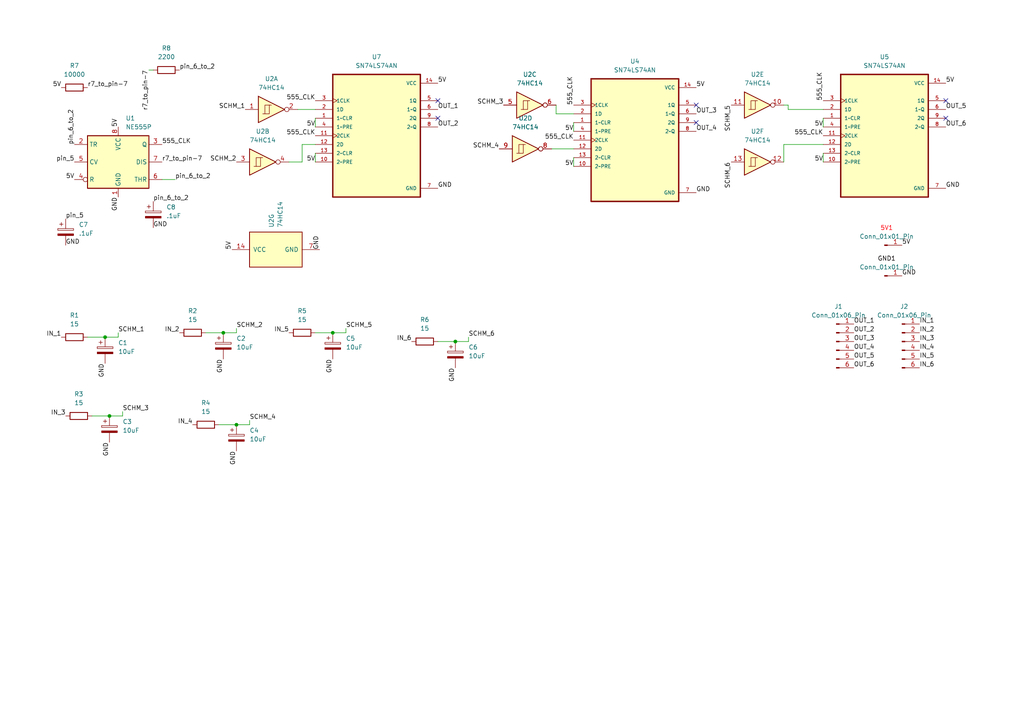
<source format=kicad_sch>
(kicad_sch (version 20250114) (generator "eeschema") (generator_version "9.0")
  (paper "A4")
  (title_block (title "Signal Enhancer") (rev "1") (company "Samuelsen Lab - University of Louisville"))
  (lib_symbols
    (symbol "74xx:74HC14" (pin_names (offset 1.016))
      (property "Reference" "U" (at 0 1.27 0))
      (property "Value" "74HC14" (at 0 -1.27 0))
      (symbol "74HC14_1_0"
        (polyline (pts (xy -3.81 3.81) (xy -3.81 -3.81) (xy 3.81 0) (xy -3.81 3.81)) (stroke (width 0.254)) (fill (type background)))
        (pin input line (at -7.62 0 0) (length 3.81) (name "~") (number "1"))
        (pin output inverted (at 7.62 0 180) (length 3.81) (name "~") (number "2"))
      )
      (symbol "74HC14_1_1"
        (polyline (pts (xy -2.54 -1.27) (xy -0.635 -1.27) (xy -0.635 1.27) (xy 0 1.27)))
        (polyline (pts (xy -1.905 -1.27) (xy -1.905 1.27) (xy -0.635 1.27)))
      )
      (symbol "74HC14_2_0"
        (polyline (pts (xy -3.81 3.81) (xy -3.81 -3.81) (xy 3.81 0) (xy -3.81 3.81)) (stroke (width 0.254)) (fill (type background)))
        (pin input line (at -7.62 0 0) (length 3.81) (name "~") (number "3"))
        (pin output inverted (at 7.62 0 180) (length 3.81) (name "~") (number "4"))
      )
      (symbol "74HC14_2_1"
        (polyline (pts (xy -2.54 -1.27) (xy -0.635 -1.27) (xy -0.635 1.27) (xy 0 1.27)))
        (polyline (pts (xy -1.905 -1.27) (xy -1.905 1.27) (xy -0.635 1.27)))
      )
      (symbol "74HC14_3_0"
        (polyline (pts (xy -3.81 3.81) (xy -3.81 -3.81) (xy 3.81 0) (xy -3.81 3.81)) (stroke (width 0.254)) (fill (type background)))
        (pin input line (at -7.62 0 0) (length 3.81) (name "~") (number "5"))
        (pin output inverted (at 7.62 0 180) (length 3.81) (name "~") (number "6"))
      )
      (symbol "74HC14_3_1"
        (polyline (pts (xy -2.54 -1.27) (xy -0.635 -1.27) (xy -0.635 1.27) (xy 0 1.27)))
        (polyline (pts (xy -1.905 -1.27) (xy -1.905 1.27) (xy -0.635 1.27)))
      )
      (symbol "74HC14_4_0"
        (polyline (pts (xy -3.81 3.81) (xy -3.81 -3.81) (xy 3.81 0) (xy -3.81 3.81)) (stroke (width 0.254)) (fill (type background)))
        (pin input line (at -7.62 0 0) (length 3.81) (name "~") (number "9"))
        (pin output inverted (at 7.62 0 180) (length 3.81) (name "~") (number "8"))
      )
      (symbol "74HC14_4_1"
        (polyline (pts (xy -2.54 -1.27) (xy -0.635 -1.27) (xy -0.635 1.27) (xy 0 1.27)))
        (polyline (pts (xy -1.905 -1.27) (xy -1.905 1.27) (xy -0.635 1.27)))
      )
      (symbol "74HC14_5_0"
        (polyline (pts (xy -3.81 3.81) (xy -3.81 -3.81) (xy 3.81 0) (xy -3.81 3.81)) (stroke (width 0.254)) (fill (type background)))
        (pin input line (at -7.62 0 0) (length 3.81) (name "~") (number "11"))
        (pin output inverted (at 7.62 0 180) (length 3.81) (name "~") (number "10"))
      )
      (symbol "74HC14_5_1"
        (polyline (pts (xy -2.54 -1.27) (xy -0.635 -1.27) (xy -0.635 1.27) (xy 0 1.27)))
        (polyline (pts (xy -1.905 -1.27) (xy -1.905 1.27) (xy -0.635 1.27)))
      )
      (symbol "74HC14_6_0"
        (polyline (pts (xy -3.81 3.81) (xy -3.81 -3.81) (xy 3.81 0) (xy -3.81 3.81)) (stroke (width 0.254)) (fill (type background)))
        (pin input line (at -7.62 0 0) (length 3.81) (name "~") (number "13"))
        (pin output inverted (at 7.62 0 180) (length 3.81) (name "~") (number "12"))
      )
      (symbol "74HC14_6_1"
        (polyline (pts (xy -2.54 -1.27) (xy -0.635 -1.27) (xy -0.635 1.27) (xy 0 1.27)))
        (polyline (pts (xy -1.905 -1.27) (xy -1.905 1.27) (xy -0.635 1.27)))
      )
      (symbol "74HC14_7_0"
        (pin power_in line (at 0 12.7 270) (length 5.08) (name "VCC") (number "14"))
        (pin power_in line (at 0 -12.7 90) (length 5.08) (name "GND") (number "7"))
      )
      (symbol "74HC14_7_1"
        (rectangle (start -5.08 7.62) (end 5.08 -7.62) (stroke (width 0.254)) (fill (type background)))
      )
    )
    (symbol "Connector:Conn_01x01_Pin" (pin_names (offset 1.016) (hide yes))
      (property "Reference" "J" (at 0 2.54 0))
      (property "Value" "Conn_01x01_Pin" (at 0 -2.54 0))
      (symbol "Conn_01x01_Pin_1_1"
        (rectangle (start 0.8636 0.127) (end 0 -0.127) (stroke (width 0.1524)) (fill (type outline)))
        (polyline (pts (xy 1.27 0) (xy 0.8636 0)) (stroke (width 0.1524)))
        (pin passive line (at 5.08 0 180) (length 3.81) (name "Pin_1") (number "1"))
      )
    )
    (symbol "Connector:Conn_01x06_Pin" (pin_names (offset 1.016) (hide yes))
      (property "Reference" "J" (at 0 7.62 0))
      (property "Value" "Conn_01x06_Pin" (at 0 -10.16 0))
      (symbol "Conn_01x06_Pin_1_1"
        (rectangle (start 0.8636 5.207) (end 0 4.953) (stroke (width 0.1524)) (fill (type outline)))
        (rectangle (start 0.8636 2.667) (end 0 2.413) (stroke (width 0.1524)) (fill (type outline)))
        (rectangle (start 0.8636 0.127) (end 0 -0.127) (stroke (width 0.1524)) (fill (type outline)))
        (rectangle (start 0.8636 -2.413) (end 0 -2.667) (stroke (width 0.1524)) (fill (type outline)))
        (rectangle (start 0.8636 -4.953) (end 0 -5.207) (stroke (width 0.1524)) (fill (type outline)))
        (rectangle (start 0.8636 -7.493) (end 0 -7.747) (stroke (width 0.1524)) (fill (type outline)))
        (polyline (pts (xy 1.27 5.08) (xy 0.8636 5.08)) (stroke (width 0.1524)))
        (polyline (pts (xy 1.27 2.54) (xy 0.8636 2.54)) (stroke (width 0.1524)))
        (polyline (pts (xy 1.27 0) (xy 0.8636 0)) (stroke (width 0.1524)))
        (polyline (pts (xy 1.27 -2.54) (xy 0.8636 -2.54)) (stroke (width 0.1524)))
        (polyline (pts (xy 1.27 -5.08) (xy 0.8636 -5.08)) (stroke (width 0.1524)))
        (polyline (pts (xy 1.27 -7.62) (xy 0.8636 -7.62)) (stroke (width 0.1524)))
        (pin passive line (at 5.08 5.08 180) (length 3.81) (name "Pin_1") (number "1"))
        (pin passive line (at 5.08 2.54 180) (length 3.81) (name "Pin_2") (number "2"))
        (pin passive line (at 5.08 0 180) (length 3.81) (name "Pin_3") (number "3"))
        (pin passive line (at 5.08 -2.54 180) (length 3.81) (name "Pin_4") (number "4"))
        (pin passive line (at 5.08 -5.08 180) (length 3.81) (name "Pin_5") (number "5"))
        (pin passive line (at 5.08 -7.62 180) (length 3.81) (name "Pin_6") (number "6"))
      )
    )
    (symbol "Device:C_Polarized" (pin_numbers (hide yes)) (pin_names (offset 0.254))
      (property "Reference" "C" (at 0.635 2.54 0))
      (property "Value" "C_Polarized" (at 0.635 -2.54 0))
      (symbol "C_Polarized_0_1"
        (rectangle (start -2.286 0.508) (end 2.286 1.016))
        (polyline (pts (xy -1.778 2.286) (xy -0.762 2.286)))
        (polyline (pts (xy -1.27 2.794) (xy -1.27 1.778)))
        (rectangle (start 2.286 -0.508) (end -2.286 -1.016) (fill (type outline)))
      )
      (symbol "C_Polarized_1_1"
        (pin passive line (at 0 3.81 270) (length 2.794) (name "~") (number "1"))
        (pin passive line (at 0 -3.81 90) (length 2.794) (name "~") (number "2"))
      )
    )
    (symbol "Device:R" (pin_numbers (hide yes)) (pin_names (offset 0))
      (property "Reference" "R" (at 2.032 0 90))
      (property "Value" "R" (at 0 0 90))
      (symbol "R_0_1"
        (rectangle (start -1.016 -2.54) (end 1.016 2.54) (stroke (width 0.254)))
      )
      (symbol "R_1_1"
        (pin passive line (at 0 3.81 270) (length 1.27) (name "~") (number "1"))
        (pin passive line (at 0 -3.81 90) (length 1.27) (name "~") (number "2"))
      )
    )
    (symbol "SN74LS74AN:SN74LS74AN" (pin_names (offset 1.016))
      (property "Reference" "U" (at -12.7 18.78 0))
      (property "Value" "SN74LS74AN" (at -12.7 -21.78 0))
      (symbol "SN74LS74AN_0_0"
        (rectangle (start -12.7 -17.78) (end 12.7 17.78) (stroke (width 0.41)) (fill (type background)))
        (pin input clock (at -17.78 10.16 0) (length 5.08) (name "1CLK") (number "3"))
        (pin input line (at -17.78 7.62 0) (length 5.08) (name "1D") (number "2"))
        (pin input line (at -17.78 5.08 0) (length 5.08) (name "1~CLR") (number "1"))
        (pin input line (at -17.78 2.54 0) (length 5.08) (name "1~PRE") (number "4"))
        (pin input clock (at -17.78 0 0) (length 5.08) (name "2CLK") (number "11"))
        (pin input line (at -17.78 -2.54 0) (length 5.08) (name "2D") (number "12"))
        (pin input line (at -17.78 -5.08 0) (length 5.08) (name "2~CLR") (number "13"))
        (pin input line (at -17.78 -7.62 0) (length 5.08) (name "2~PRE") (number "10"))
        (pin power_in line (at 17.78 15.24 180) (length 5.08) (name "VCC") (number "14"))
        (pin output line (at 17.78 10.16 180) (length 5.08) (name "1Q") (number "5"))
        (pin output line (at 17.78 7.62 180) (length 5.08) (name "1~Q") (number "6"))
        (pin output line (at 17.78 5.08 180) (length 5.08) (name "2Q") (number "9"))
        (pin output line (at 17.78 2.54 180) (length 5.08) (name "2~Q") (number "8"))
        (pin power_in line (at 17.78 -15.24 180) (length 5.08) (name "GND") (number "7"))
      )
    )
    (symbol "Timer:NE555P"
      (property "Reference" "U" (at -10.16 8.89 0))
      (property "Value" "NE555P" (at 2.54 8.89 0))
      (symbol "NE555P_0_0"
        (pin power_in line (at 0 10.16 270) (length 2.54) (name "VCC") (number "8"))
        (pin power_in line (at 0 -10.16 90) (length 2.54) (name "GND") (number "1"))
      )
      (symbol "NE555P_0_1"
        (rectangle (start -8.89 -7.62) (end 8.89 7.62) (stroke (width 0.254)) (fill (type background)))
        (rectangle (start -8.89 -7.62) (end 8.89 7.62) (stroke (width 0.254)) (fill (type background)))
      )
      (symbol "NE555P_1_1"
        (pin input line (at -12.7 5.08 0) (length 3.81) (name "TR") (number "2"))
        (pin input line (at -12.7 0 0) (length 3.81) (name "CV") (number "5"))
        (pin input inverted (at -12.7 -5.08 0) (length 3.81) (name "R") (number "4"))
        (pin output line (at 12.7 5.08 180) (length 3.81) (name "Q") (number "3"))
        (pin input line (at 12.7 0 180) (length 3.81) (name "DIS") (number "7"))
        (pin input line (at 12.7 -5.08 180) (length 3.81) (name "THR") (number "6"))
      )
    )
  )
  (junction (at 96.52 96.52))
  (junction (at 31.75 120.65))
  (junction (at 132.08 99.06))
  (junction (at 68.58 123.19))
  (junction (at 64.77 96.52))
  (junction (at 30.48 97.79))
  (no_connect (at 274.32 29.21))
  (no_connect (at 127 29.21))
  (no_connect (at 201.93 35.56))
  (no_connect (at 201.93 30.48))
  (no_connect (at 127 34.29))
  (no_connect (at 274.32 34.29))
  (wire (pts (xy 26.67 120.65) (xy 31.75 120.65)))
  (wire (pts (xy 86.36 31.75) (xy 91.44 31.75)))
  (wire (pts (xy 72.39 121.92) (xy 72.39 123.19)))
  (wire (pts (xy 59.69 96.52) (xy 64.77 96.52)))
  (wire (pts (xy 46.99 52.07) (xy 50.8 52.07)))
  (wire (pts (xy 227.33 46.99) (xy 227.33 41.91)))
  (wire (pts (xy 91.44 96.52) (xy 96.52 96.52)))
  (wire (pts (xy 87.63 46.99) (xy 87.63 41.91)))
  (wire (pts (xy 227.33 41.91) (xy 238.76 41.91)))
  (wire (pts (xy 43.18 20.32) (xy 44.45 20.32)))
  (wire (pts (xy 87.63 41.91) (xy 91.44 41.91)))
  (wire (pts (xy 166.37 45.72) (xy 166.37 48.26)))
  (wire (pts (xy 64.77 96.52) (xy 68.58 96.52)))
  (wire (pts (xy 63.5 123.19) (xy 68.58 123.19)))
  (wire (pts (xy 91.44 44.45) (xy 91.44 46.99)))
  (wire (pts (xy 30.48 97.79) (xy 34.29 97.79)))
  (wire (pts (xy 25.4 97.79) (xy 30.48 97.79)))
  (wire (pts (xy 166.37 35.56) (xy 166.37 38.1)))
  (wire (pts (xy 132.08 99.06) (xy 135.89 99.06)))
  (wire (pts (xy 228.6 30.48) (xy 228.6 31.75)))
  (wire (pts (xy 68.58 95.25) (xy 68.58 96.52)))
  (wire (pts (xy 91.44 34.29) (xy 91.44 36.83)))
  (wire (pts (xy 238.76 34.29) (xy 238.76 36.83)))
  (wire (pts (xy 96.52 96.52) (xy 100.33 96.52)))
  (wire (pts (xy 160.02 43.18) (xy 166.37 43.18)))
  (wire (pts (xy 35.56 119.38) (xy 35.56 120.65)))
  (wire (pts (xy 161.29 33.02) (xy 166.37 33.02)))
  (wire (pts (xy 227.33 30.48) (xy 228.6 30.48)))
  (wire (pts (xy 228.6 31.75) (xy 238.76 31.75)))
  (wire (pts (xy 34.29 96.52) (xy 34.29 97.79)))
  (wire (pts (xy 161.29 30.48) (xy 161.29 33.02)))
  (wire (pts (xy 135.89 97.79) (xy 135.89 99.06)))
  (wire (pts (xy 100.33 95.25) (xy 100.33 96.52)))
  (wire (pts (xy 127 99.06) (xy 132.08 99.06)))
  (wire (pts (xy 68.58 123.19) (xy 72.39 123.19)))
  (wire (pts (xy 83.82 46.99) (xy 87.63 46.99)))
  (wire (pts (xy 238.76 44.45) (xy 238.76 46.99)))
  (wire (pts (xy 31.75 120.65) (xy 35.56 120.65)))
  (label "OUT_2" (at 127 36.83 0))
  (label "IN_6" (at 266.7 106.68 0))
  (label "GND" (at 127 54.61 0))
  (label "GND" (at 64.77 104.14 270))
  (label "pin_6_to_2" (at 21.59 41.91 90))
  (label "pin_5" (at 19.05 63.5 0))
  (label "GND" (at 19.05 71.12 0))
  (label "5V" (at 166.37 38.1 180))
  (label "GND" (at 261.62 80.01 0))
  (label "pin_6_to_2" (at 50.8 52.07 0))
  (label "GND" (at 201.93 55.88 0))
  (label "5V" (at 91.44 46.99 180))
  (label "OUT_5" (at 274.32 31.75 0))
  (label "555_CLK" (at 166.37 30.48 90))
  (label "GND" (at 34.29 57.15 270))
  (label "pin_6_to_2" (at 52.07 20.32 0))
  (label "GND" (at 132.08 106.68 270))
  (label "IN_5" (at 83.82 96.52 180))
  (label "SCHM_2" (at 68.58 46.99 180))
  (label "GND" (at 92.71 72.39 90))
  (label "555_CLK" (at 166.37 40.64 180))
  (label "GND" (at 31.75 128.27 270))
  (label "IN_2" (at 52.07 96.52 180))
  (label "OUT_4" (at 201.93 38.1 0))
  (label "GND" (at 274.32 54.61 0))
  (label "SCHM_1" (at 71.12 31.75 180))
  (label "SCHM_1" (at 34.29 96.52 0))
  (label "r7_to_pin-7" (at 25.4 25.4 0))
  (label "5V" (at 91.44 36.83 180))
  (label "OUT_3" (at 201.93 33.02 0))
  (label "OUT_1" (at 127 31.75 0))
  (label "GND" (at 68.58 130.81 270))
  (label "5V" (at 201.93 25.4 0))
  (label "IN_2" (at 266.7 96.52 0))
  (label "OUT_2" (at 247.65 96.52 0))
  (label "r7_to_pin-7" (at 46.99 46.99 0))
  (label "SCHM_5" (at 100.33 95.25 0))
  (label "IN_1" (at 17.78 97.79 180))
  (label "IN_6" (at 119.38 99.06 180))
  (label "OUT_4" (at 247.65 101.6 0))
  (label "GND" (at 96.52 104.14 270))
  (label "SCHM_6" (at 212.09 46.99 270))
  (label "555_CLK" (at 238.76 39.37 180))
  (label "5V" (at 67.31 72.39 90))
  (label "SCHM_4" (at 72.39 121.92 0))
  (label "IN_3" (at 266.7 99.06 0))
  (label "OUT_6" (at 274.32 36.83 0))
  (label "SCHM_4" (at 144.78 43.18 180))
  (label "pin_5" (at 21.59 46.99 180))
  (label "OUT_6" (at 247.65 106.68 0))
  (label "5V" (at 261.62 71.12 0))
  (label "IN_3" (at 19.05 120.65 180))
  (label "5V" (at 34.29 36.83 90))
  (label "pin_6_to_2" (at 44.45 58.42 0))
  (label "555_CLK" (at 238.76 29.21 90))
  (label "555_CLK" (at 91.44 29.21 180))
  (label "5V" (at 166.37 48.26 180))
  (label "5V" (at 127 24.13 0))
  (label "5V" (at 21.59 52.07 180))
  (label "555_CLK" (at 91.44 39.37 180))
  (label "5V" (at 274.32 24.13 0))
  (label "IN_1" (at 266.7 93.98 0))
  (label "OUT_3" (at 247.65 99.06 0))
  (label "555_CLK" (at 46.99 41.91 0))
  (label "SCHM_2" (at 68.58 95.25 0))
  (label "SCHM_3" (at 146.05 30.48 180))
  (label "5V" (at 238.76 46.99 180))
  (label "SCHM_6" (at 135.89 97.79 0))
  (label "GND" (at 30.48 105.41 270))
  (label "5V" (at 17.78 25.4 180))
  (label "SCHM_5" (at 212.09 30.48 270))
  (label "5V" (at 238.76 36.83 180))
  (label "r7_to_pin-7" (at 43.18 20.32 270))
  (label "OUT_5" (at 247.65 104.14 0))
  (label "OUT_1" (at 247.65 93.98 0))
  (label "IN_4" (at 266.7 101.6 0))
  (label "GND" (at 44.45 66.04 0))
  (label "IN_4" (at 55.88 123.19 180))
  (label "IN_5" (at 266.7 104.14 0))
  (label "SCHM_3" (at 35.56 119.38 0))
  (symbol (lib_id "Device:R") (at 123.19 99.06 90) (unit 1)
    (property "Reference" "R6" (at 123.19 92.71 90))
    (property "Value" "15" (at 123.19 95.25 90))
    (property "Footprint" "Resistor_THT:R_Axial_DIN0411_L9.9mm_D3.6mm_P20.32mm_Horizontal" (effects (hide yes)))
    (property "Description" "Resistor" (effects (hide yes)))
  )
  (symbol (lib_id "Device:R") (at 21.59 97.79 90) (unit 1)
    (property "Reference" "R1" (at 21.59 91.44 90))
    (property "Value" "15" (at 21.59 93.98 90))
    (property "Footprint" "Resistor_THT:R_Axial_DIN0411_L9.9mm_D3.6mm_P20.32mm_Horizontal" (effects (hide yes)))
    (property "Description" "Resistor" (effects (hide yes)))
  )
  (symbol (lib_id "Connector:Conn_01x06_Pin") (at 242.57 99.06 0) (unit 1)
    (property "Reference" "J1" (at 243.205 88.9 0))
    (property "Value" "Conn_01x06_Pin" (at 243.205 91.44 0))
    (property "Footprint" "Connector_PinHeader_2.54mm:PinHeader_1x06_P2.54mm_Vertical" (effects (hide yes)))
    (property "Description" "Generic connector, single row, 01x06, script generated" (effects (hide yes)))
  )
  (symbol (lib_id "Timer:NE555P") (at 34.29 46.99 0) (unit 1)
    (property "Reference" "U1" (at 36.4333 34.29 0) (effects (justify left)))
    (property "Value" "NE555P" (at 36.4333 36.83 0) (effects (justify left)))
    (property "Footprint" "Package_DIP:DIP-8_W7.62mm" (effects (hide yes)))
    (property "Datasheet" "http://www.ti.com/lit/ds/symlink/ne555.pdf" (effects (hide yes)))
    (property "Description" "Precision Timers, 555 compatible,  PDIP-8" (effects (hide yes)))
  )
  (symbol (lib_id "Device:C_Polarized") (at 64.77 100.33 0) (unit 1)
    (property "Reference" "C2" (at 68.58 98.1709 0) (effects (justify left)))
    (property "Value" "10uF" (at 68.58 100.7109 0) (effects (justify left)))
    (property "Footprint" "Capacitor_THT:CP_Radial_D10.0mm_P5.00mm" (effects (hide yes)))
    (property "Description" "Polarized capacitor" (effects (hide yes)))
  )
  (symbol (lib_id "Device:C_Polarized") (at 30.48 101.6 0) (unit 1)
    (property "Reference" "C1" (at 34.29 99.4409 0) (effects (justify left)))
    (property "Value" "10uF" (at 34.29 101.9809 0) (effects (justify left)))
    (property "Footprint" "Capacitor_THT:CP_Radial_D10.0mm_P5.00mm" (effects (hide yes)))
    (property "Description" "Polarized capacitor" (effects (hide yes)))
  )
  (symbol (lib_id "Connector:Conn_01x01_Pin") (at 256.54 80.01 0) (unit 1)
    (property "Reference" "GND1" (at 257.175 74.93 0))
    (property "Value" "Conn_01x01_Pin" (at 257.175 77.47 0))
    (property "Footprint" "Connector_PinHeader_1.27mm:PinHeader_1x01_P1.27mm_Vertical" (effects (hide yes)))
    (property "Description" "Generic connector, single row, 01x01, script generated" (effects (hide yes)))
  )
  (symbol (lib_id "74xx:74HC14") (at 80.01 72.39 90) (unit 7)
    (property "Reference" "U2" (at 78.7399 66.04 0) (effects (justify left)))
    (property "Value" "74HC14" (at 81.2799 66.04 0) (effects (justify left)))
    (property "Footprint" "Package_DIP:DIP-14_W7.62mm" (effects (hide yes)))
    (property "Datasheet" "http://www.ti.com/lit/gpn/sn74HC14" (effects (hide yes)))
    (property "Description" "Hex inverter schmitt trigger" (effects (hide yes)))
  )
  (symbol (lib_id "Device:C_Polarized") (at 68.58 127 0) (unit 1)
    (property "Reference" "C4" (at 72.39 124.8409 0) (effects (justify left)))
    (property "Value" "10uF" (at 72.39 127.3809 0) (effects (justify left)))
    (property "Footprint" "Capacitor_THT:CP_Radial_D10.0mm_P5.00mm" (effects (hide yes)))
    (property "Description" "Polarized capacitor" (effects (hide yes)))
  )
  (symbol (lib_id "Device:C_Polarized") (at 31.75 124.46 0) (unit 1)
    (property "Reference" "C3" (at 35.56 122.3009 0) (effects (justify left)))
    (property "Value" "10uF" (at 35.56 124.8409 0) (effects (justify left)))
    (property "Footprint" "Capacitor_THT:CP_Radial_D10.0mm_P5.00mm" (effects (hide yes)))
    (property "Description" "Polarized capacitor" (effects (hide yes)))
  )
  (symbol (lib_id "Device:R") (at 55.88 96.52 90) (unit 1)
    (property "Reference" "R2" (at 55.88 90.17 90))
    (property "Value" "15" (at 55.88 92.71 90))
    (property "Footprint" "Resistor_THT:R_Axial_DIN0411_L9.9mm_D3.6mm_P20.32mm_Horizontal" (effects (hide yes)))
    (property "Description" "Resistor" (effects (hide yes)))
  )
  (symbol (lib_id "SN74LS74AN:SN74LS74AN") (at 256.54 39.37 0) (unit 1)
    (property "Reference" "U5" (at 256.54 16.51 0))
    (property "Value" "SN74LS74AN" (at 256.54 19.05 0))
    (property "Footprint" "Library:SN74LS74AN" (effects (hide yes)))
    (property "MF" "Texas Instruments" (effects (hide yes)))
    (property "Description_1" "Dual D-type pos.-edge-triggered flip-flops with preset and clear" (effects (hide yes)))
    (property "Package" "PDIP-14 Texas Instruments" (effects (hide yes)))
    (property "Price" "None" (effects (hide yes)))
    (property "SnapEDA_Link" "https://www.snapeda.com/parts/SN74LS74AN/Texas+Instruments/view-part/?ref=snap" (effects (hide yes)))
    (property "MP" "SN74LS74AN" (effects (hide yes)))
    (property "Availability" "In Stock" (effects (hide yes)))
    (property "Check_prices" "https://www.snapeda.com/parts/SN74LS74AN/Texas+Instruments/view-part/?ref=eda" (effects (hide yes)))
  )
  (symbol (lib_id "74xx:74HC14") (at 219.71 46.99 0) (unit 6)
    (property "Reference" "U2" (at 219.71 38.1 0))
    (property "Value" "74HC14" (at 219.71 40.64 0))
    (property "Footprint" "Package_DIP:DIP-14_W7.62mm" (effects (hide yes)))
    (property "Datasheet" "http://www.ti.com/lit/gpn/sn74HC14" (effects (hide yes)))
    (property "Description" "Hex inverter schmitt trigger" (effects (hide yes)))
  )
  (symbol (lib_id "74xx:74HC14") (at 152.4 43.18 0) (unit 4)
    (property "Reference" "U2" (at 152.4 34.29 0))
    (property "Value" "74HC14" (at 152.4 36.83 0))
    (property "Footprint" "Package_DIP:DIP-14_W7.62mm" (effects (hide yes)))
    (property "Datasheet" "http://www.ti.com/lit/gpn/sn74HC14" (effects (hide yes)))
    (property "Description" "Hex inverter schmitt trigger" (effects (hide yes)))
  )
  (symbol (lib_id "Device:C_Polarized") (at 132.08 102.87 0) (unit 1)
    (property "Reference" "C6" (at 135.89 100.7109 0) (effects (justify left)))
    (property "Value" "10uF" (at 135.89 103.2509 0) (effects (justify left)))
    (property "Footprint" "Capacitor_THT:CP_Radial_D10.0mm_P5.00mm" (effects (hide yes)))
    (property "Description" "Polarized capacitor" (effects (hide yes)))
  )
  (symbol (lib_id "Device:C_Polarized") (at 44.45 62.23 0) (unit 1)
    (property "Reference" "C8" (at 48.26 60.0709 0) (effects (justify left)))
    (property "Value" ".1uF" (at 48.26 62.6109 0) (effects (justify left)))
    (property "Footprint" "Capacitor_THT:CP_Radial_D5.0mm_P2.00mm" (effects (hide yes)))
    (property "Description" "Polarized capacitor" (effects (hide yes)))
  )
  (symbol (lib_id "74xx:74HC14") (at 78.74 31.75 0) (unit 1)
    (property "Reference" "U2" (at 78.74 22.86 0))
    (property "Value" "74HC14" (at 78.74 25.4 0))
    (property "Footprint" "Package_DIP:DIP-14_W7.62mm" (effects (hide yes)))
    (property "Datasheet" "http://www.ti.com/lit/gpn/sn74HC14" (effects (hide yes)))
    (property "Description" "Hex inverter schmitt trigger" (effects (hide yes)))
  )
  (symbol (lib_id "74xx:74HC14") (at 76.2 46.99 0) (unit 2)
    (property "Reference" "U2" (at 76.2 38.1 0))
    (property "Value" "74HC14" (at 76.2 40.64 0))
    (property "Footprint" "Package_DIP:DIP-14_W7.62mm" (effects (hide yes)))
    (property "Datasheet" "http://www.ti.com/lit/gpn/sn74HC14" (effects (hide yes)))
    (property "Description" "Hex inverter schmitt trigger" (effects (hide yes)))
  )
  (symbol (lib_id "74xx:74HC14") (at 219.71 30.48 0) (unit 5)
    (property "Reference" "U2" (at 219.71 21.59 0))
    (property "Value" "74HC14" (at 219.71 24.13 0))
    (property "Footprint" "Package_DIP:DIP-14_W7.62mm" (effects (hide yes)))
    (property "Datasheet" "http://www.ti.com/lit/gpn/sn74HC14" (effects (hide yes)))
    (property "Description" "Hex inverter schmitt trigger" (effects (hide yes)))
  )
  (symbol (lib_id "SN74LS74AN:SN74LS74AN") (at 109.22 39.37 0) (unit 1)
    (property "Reference" "U7" (at 109.22 16.51 0))
    (property "Value" "SN74LS74AN" (at 109.22 19.05 0))
    (property "Footprint" "Library:SN74LS74AN" (effects (hide yes)))
    (property "MF" "Texas Instruments" (effects (hide yes)))
    (property "Description_1" "Dual D-type pos.-edge-triggered flip-flops with preset and clear" (effects (hide yes)))
    (property "Package" "PDIP-14 Texas Instruments" (effects (hide yes)))
    (property "Price" "None" (effects (hide yes)))
    (property "SnapEDA_Link" "https://www.snapeda.com/parts/SN74LS74AN/Texas+Instruments/view-part/?ref=snap" (effects (hide yes)))
    (property "MP" "SN74LS74AN" (effects (hide yes)))
    (property "Availability" "In Stock" (effects (hide yes)))
    (property "Check_prices" "https://www.snapeda.com/parts/SN74LS74AN/Texas+Instruments/view-part/?ref=eda" (effects (hide yes)))
  )
  (symbol (lib_id "Device:C_Polarized") (at 96.52 100.33 0) (unit 1)
    (property "Reference" "C5" (at 100.33 98.1709 0) (effects (justify left)))
    (property "Value" "10uF" (at 100.33 100.7109 0) (effects (justify left)))
    (property "Footprint" "Capacitor_THT:CP_Radial_D10.0mm_P5.00mm" (effects (hide yes)))
    (property "Description" "Polarized capacitor" (effects (hide yes)))
  )
  (symbol (lib_id "Device:R") (at 22.86 120.65 90) (unit 1)
    (property "Reference" "R3" (at 22.86 114.3 90))
    (property "Value" "15" (at 22.86 116.84 90))
    (property "Footprint" "Resistor_THT:R_Axial_DIN0411_L9.9mm_D3.6mm_P20.32mm_Horizontal" (effects (hide yes)))
    (property "Description" "Resistor" (effects (hide yes)))
  )
  (symbol (lib_id "Connector:Conn_01x01_Pin") (at 256.54 71.12 0) (unit 1)
    (property "Reference" "5V1" (at 257.175 66.04 0))
    (property "Value" "Conn_01x01_Pin" (at 257.175 68.58 0))
    (property "Footprint" "Connector_PinHeader_1.27mm:PinHeader_1x01_P1.27mm_Vertical" (effects (hide yes)))
    (property "Description" "Generic connector, single row, 01x01, script generated" (effects (hide yes)))
  )
  (symbol (lib_id "Device:C_Polarized") (at 19.05 67.31 0) (unit 1)
    (property "Reference" "C7" (at 22.86 65.1509 0) (effects (justify left)))
    (property "Value" ".1uF" (at 22.86 67.6909 0) (effects (justify left)))
    (property "Footprint" "Capacitor_THT:CP_Radial_D5.0mm_P2.00mm" (effects (hide yes)))
    (property "Description" "Polarized capacitor" (effects (hide yes)))
  )
  (symbol (lib_id "74xx:74HC14") (at 153.67 30.48 0) (unit 3)
    (property "Reference" "U2" (at 153.67 21.59 0))
    (property "Value" "74HC14" (at 153.67 24.13 0))
    (property "Footprint" "Package_DIP:DIP-14_W7.62mm" (effects (hide yes)))
    (property "Datasheet" "http://www.ti.com/lit/gpn/sn74HC14" (effects (hide yes)))
    (property "Description" "Hex inverter schmitt trigger" (effects (hide yes)))
  )
  (symbol (lib_id "Connector:Conn_01x06_Pin") (at 261.62 99.06 0) (unit 1)
    (property "Reference" "J2" (at 262.255 88.9 0))
    (property "Value" "Conn_01x06_Pin" (at 262.255 91.44 0))
    (property "Footprint" "Connector_PinHeader_2.54mm:PinHeader_1x06_P2.54mm_Vertical" (effects (hide yes)))
    (property "Description" "Generic connector, single row, 01x06, script generated" (effects (hide yes)))
  )
  (symbol (lib_id "Device:R") (at 87.63 96.52 90) (unit 1)
    (property "Reference" "R5" (at 87.63 90.17 90))
    (property "Value" "15" (at 87.63 92.71 90))
    (property "Footprint" "Resistor_THT:R_Axial_DIN0411_L9.9mm_D3.6mm_P20.32mm_Horizontal" (effects (hide yes)))
    (property "Description" "Resistor" (effects (hide yes)))
  )
  (symbol (lib_id "Device:R") (at 21.59 25.4 90) (unit 1)
    (property "Reference" "R7" (at 21.59 19.05 90))
    (property "Value" "10000" (at 21.59 21.59 90))
    (property "Footprint" "Resistor_THT:R_Axial_DIN0411_L9.9mm_D3.6mm_P20.32mm_Horizontal" (effects (hide yes)))
    (property "Description" "Resistor" (effects (hide yes)))
  )
  (symbol (lib_id "Device:R") (at 48.26 20.32 90) (unit 1)
    (property "Reference" "R8" (at 48.26 13.97 90))
    (property "Value" "2200" (at 48.26 16.51 90))
    (property "Footprint" "Resistor_THT:R_Axial_DIN0411_L9.9mm_D3.6mm_P20.32mm_Horizontal" (effects (hide yes)))
    (property "Description" "Resistor" (effects (hide yes)))
  )
  (symbol (lib_id "Device:R") (at 59.69 123.19 90) (unit 1)
    (property "Reference" "R4" (at 59.69 116.84 90))
    (property "Value" "15" (at 59.69 119.38 90))
    (property "Footprint" "Resistor_THT:R_Axial_DIN0411_L9.9mm_D3.6mm_P20.32mm_Horizontal" (effects (hide yes)))
    (property "Description" "Resistor" (effects (hide yes)))
  )
  (symbol (lib_id "SN74LS74AN:SN74LS74AN") (at 184.15 40.64 0) (unit 1)
    (property "Reference" "U4" (at 184.15 17.78 0))
    (property "Value" "SN74LS74AN" (at 184.15 20.32 0))
    (property "Footprint" "Library:SN74LS74AN" (effects (hide yes)))
    (property "MF" "Texas Instruments" (effects (hide yes)))
    (property "Description_1" "Dual D-type pos.-edge-triggered flip-flops with preset and clear" (effects (hide yes)))
    (property "Package" "PDIP-14 Texas Instruments" (effects (hide yes)))
    (property "Price" "None" (effects (hide yes)))
    (property "SnapEDA_Link" "https://www.snapeda.com/parts/SN74LS74AN/Texas+Instruments/view-part/?ref=snap" (effects (hide yes)))
    (property "MP" "SN74LS74AN" (effects (hide yes)))
    (property "Availability" "In Stock" (effects (hide yes)))
    (property "Check_prices" "https://www.snapeda.com/parts/SN74LS74AN/Texas+Instruments/view-part/?ref=eda" (effects (hide yes)))
  )
)
</source>
